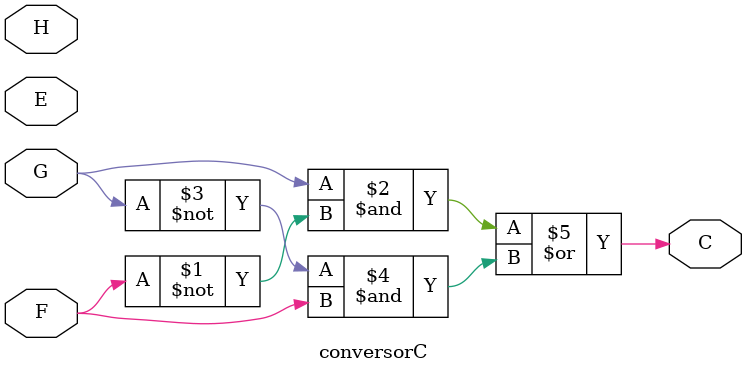
<source format=v>
module conversorC (
    input H,G,F,E,
    output C
);
    assign C = (G & ~F) | (~G & F);
endmodule
</source>
